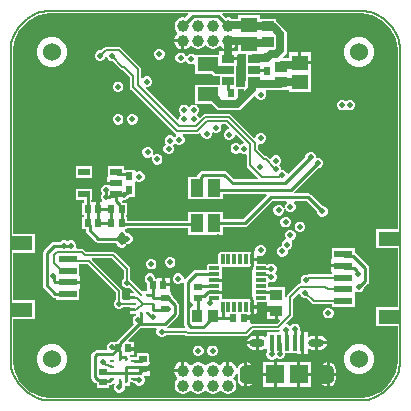
<source format=gtl>
G04*
G04 #@! TF.GenerationSoftware,Altium Limited,Altium Designer,22.10.1 (41)*
G04*
G04 Layer_Physical_Order=1*
G04 Layer_Color=255*
%FSLAX25Y25*%
%MOIN*%
G70*
G04*
G04 #@! TF.SameCoordinates,8BF85E7B-6BD0-4BB0-81CB-12CC6FA11C7D*
G04*
G04*
G04 #@! TF.FilePolarity,Positive*
G04*
G01*
G75*
%ADD17C,0.00500*%
%ADD20R,0.04331X0.05906*%
%ADD45R,0.06102X0.02362*%
%ADD46R,0.07087X0.04724*%
%ADD47R,0.01575X0.05315*%
%ADD48R,0.05906X0.06102*%
%ADD49R,0.02362X0.02520*%
%ADD50R,0.02362X0.02953*%
%ADD51R,0.03937X0.02165*%
%ADD52R,0.05512X0.05118*%
%ADD53R,0.00984X0.01772*%
%ADD54R,0.01772X0.00984*%
%ADD55R,0.02520X0.02362*%
%ADD56R,0.03937X0.02756*%
%ADD57R,0.06890X0.04724*%
%ADD58R,0.03937X0.03543*%
G04:AMPARAMS|DCode=59|XSize=31.5mil|YSize=13.78mil|CornerRadius=1.72mil|HoleSize=0mil|Usage=FLASHONLY|Rotation=270.000|XOffset=0mil|YOffset=0mil|HoleType=Round|Shape=RoundedRectangle|*
%AMROUNDEDRECTD59*
21,1,0.03150,0.01034,0,0,270.0*
21,1,0.02805,0.01378,0,0,270.0*
1,1,0.00345,-0.00517,-0.01403*
1,1,0.00345,-0.00517,0.01403*
1,1,0.00345,0.00517,0.01403*
1,1,0.00345,0.00517,-0.01403*
%
%ADD59ROUNDEDRECTD59*%
%ADD60R,0.10236X0.10630*%
G04:AMPARAMS|DCode=61|XSize=33.47mil|YSize=13.78mil|CornerRadius=1.72mil|HoleSize=0mil|Usage=FLASHONLY|Rotation=0.000|XOffset=0mil|YOffset=0mil|HoleType=Round|Shape=RoundedRectangle|*
%AMROUNDEDRECTD61*
21,1,0.03347,0.01034,0,0,0.0*
21,1,0.03002,0.01378,0,0,0.0*
1,1,0.00345,0.01501,-0.00517*
1,1,0.00345,-0.01501,-0.00517*
1,1,0.00345,-0.01501,0.00517*
1,1,0.00345,0.01501,0.00517*
%
%ADD61ROUNDEDRECTD61*%
%ADD62R,0.03543X0.03937*%
%ADD63R,0.00984X0.01083*%
%ADD64R,0.01083X0.00984*%
%ADD65C,0.01000*%
%ADD66C,0.02803*%
%ADD67O,0.05118X0.02559*%
%ADD68O,0.03051X0.06102*%
%ADD69C,0.03937*%
%ADD70C,0.06000*%
%ADD71C,0.01968*%
G36*
X-5832Y64158D02*
X-5641Y63696D01*
X-6714Y62623D01*
X-7137Y62736D01*
X-7863D01*
X-8564Y62548D01*
X-9192Y62186D01*
X-9705Y61673D01*
X-10068Y61044D01*
X-10256Y60343D01*
Y59618D01*
X-10068Y58917D01*
X-9705Y58288D01*
X-9340Y57923D01*
X-9325Y57432D01*
X-9375Y57303D01*
X-9875Y56803D01*
X-10266Y56126D01*
X-10439Y55480D01*
X-7500D01*
Y54980D01*
X-7000D01*
Y52041D01*
X-6354Y52214D01*
X-5677Y52605D01*
X-5177Y53105D01*
X-5048Y53155D01*
X-4557Y53140D01*
X-4192Y52775D01*
X-3564Y52412D01*
X-2863Y52224D01*
X-2137D01*
X-1436Y52412D01*
X-808Y52775D01*
X-295Y53288D01*
X-250Y53366D01*
X250D01*
X295Y53288D01*
X808Y52775D01*
X1436Y52412D01*
X2137Y52224D01*
X2863D01*
X3564Y52412D01*
X4192Y52775D01*
X4557Y53140D01*
X5048Y53155D01*
X5177Y53105D01*
X5677Y52605D01*
X6354Y52214D01*
X7000Y52041D01*
Y54980D01*
X8000D01*
Y52041D01*
X8646Y52214D01*
X9323Y52605D01*
X9875Y53158D01*
X10266Y53834D01*
X10311Y54002D01*
X10811Y53936D01*
Y51726D01*
X10449Y51394D01*
X7980D01*
Y49516D01*
X10449D01*
Y50045D01*
X10811Y50378D01*
X13386D01*
Y46850D01*
Y41727D01*
X13343Y41512D01*
X13343Y41512D01*
Y39860D01*
X12932Y39449D01*
X10236D01*
Y43110D01*
Y46638D01*
X10449D01*
Y48516D01*
X7480D01*
Y49016D01*
X6980D01*
Y51394D01*
X4512D01*
Y50295D01*
X-3445D01*
X-3445Y50295D01*
X-3903Y50396D01*
X-4372Y50591D01*
X-5077D01*
X-5728Y50321D01*
X-6110Y49939D01*
X-6561Y49966D01*
X-6684Y50018D01*
X-6766Y50216D01*
X-7264Y50714D01*
X-7915Y50984D01*
X-8620D01*
X-9271Y50714D01*
X-9770Y50216D01*
X-10039Y49565D01*
Y48860D01*
X-9770Y48209D01*
X-9271Y47711D01*
X-8620Y47441D01*
X-7915D01*
X-7264Y47711D01*
X-6882Y48092D01*
X-6431Y48066D01*
X-6308Y48013D01*
X-6226Y47815D01*
X-5728Y47317D01*
X-5077Y47047D01*
X-4372D01*
X-3945Y47224D01*
X-3445Y46940D01*
Y43996D01*
X1863D01*
X2138Y43721D01*
X2862Y43237D01*
X3717Y43067D01*
X3717Y43067D01*
X4724D01*
Y40256D01*
X-3445D01*
Y34562D01*
X-3453Y34097D01*
X-3453Y34097D01*
X-3453Y34097D01*
X-3453D01*
X-3511Y33905D01*
X-3823Y33661D01*
X-4289D01*
X-4941Y33392D01*
X-5185Y33147D01*
X-5512Y32940D01*
X-5838Y33147D01*
X-6083Y33392D01*
X-6734Y33661D01*
X-7439D01*
X-8090Y33392D01*
X-8589Y32893D01*
X-8858Y32242D01*
Y31537D01*
X-8589Y30886D01*
X-8344Y30642D01*
X-8136Y30315D01*
X-8344Y29988D01*
X-8589Y29744D01*
X-8858Y29093D01*
Y28778D01*
X-9358Y28571D01*
X-19864Y39077D01*
X-19647Y39567D01*
X-19136D01*
X-18485Y39837D01*
X-17986Y40335D01*
X-17717Y40986D01*
Y41691D01*
X-17986Y42342D01*
X-18485Y42840D01*
X-19136Y43110D01*
X-19841D01*
X-20492Y42840D01*
X-20883Y42449D01*
X-21377Y42598D01*
X-21383Y42602D01*
Y45543D01*
X-21464Y45948D01*
X-21693Y46291D01*
X-27975Y52573D01*
X-28318Y52802D01*
X-28723Y52882D01*
X-33215D01*
X-33619Y52802D01*
X-33963Y52573D01*
X-34764Y51772D01*
X-35392D01*
X-36043Y51502D01*
X-36541Y51004D01*
X-36811Y50352D01*
Y49648D01*
X-36541Y48996D01*
X-36043Y48498D01*
X-35392Y48228D01*
X-34687D01*
X-34036Y48498D01*
X-33537Y48996D01*
X-33362Y49421D01*
X-33125Y49435D01*
X-32841Y49371D01*
X-32604Y48800D01*
X-32106Y48301D01*
X-31455Y48031D01*
X-30827D01*
X-28399Y45604D01*
X-28056Y45374D01*
X-27651Y45294D01*
X-27624D01*
X-25074Y42743D01*
Y39370D01*
X-24993Y38965D01*
X-24764Y38622D01*
X-10197Y24055D01*
X-9854Y23826D01*
X-9815Y23736D01*
X-9756Y23297D01*
X-10163Y22889D01*
X-10657Y23005D01*
X-10808Y23155D01*
X-11459Y23425D01*
X-12163D01*
X-12815Y23155D01*
X-13313Y22657D01*
X-13583Y22006D01*
Y21301D01*
X-13313Y20650D01*
X-13184Y20521D01*
X-13208Y20400D01*
X-13707Y19901D01*
X-13976Y19250D01*
Y18545D01*
X-13707Y17894D01*
X-13208Y17396D01*
X-12557Y17126D01*
X-11852D01*
X-11201Y17396D01*
X-10703Y17894D01*
X-10433Y18545D01*
Y19250D01*
X-10703Y19901D01*
X-10832Y20030D01*
X-10808Y20152D01*
X-10309Y20650D01*
X-9816Y20534D01*
X-9665Y20383D01*
X-9014Y20114D01*
X-8309D01*
X-7658Y20383D01*
X-7159Y20882D01*
X-6890Y21533D01*
Y22238D01*
X-7159Y22889D01*
X-7516Y23245D01*
X-7315Y23745D01*
X-2756D01*
X-2351Y23826D01*
X-2008Y24055D01*
X-1878Y24185D01*
X-1378Y23978D01*
Y23663D01*
X-1108Y23012D01*
X-610Y22514D01*
X41Y22244D01*
X746D01*
X1397Y22514D01*
X1896Y23012D01*
X2165Y23663D01*
Y24096D01*
X2291Y24208D01*
X2661Y24379D01*
X3191Y24160D01*
X3896D01*
X4547Y24429D01*
X5045Y24927D01*
X5315Y25579D01*
Y26283D01*
X5150Y26682D01*
X5451Y27182D01*
X6719D01*
X8008Y25894D01*
X7800Y25394D01*
X7575D01*
X6924Y25124D01*
X6425Y24626D01*
X6155Y23974D01*
Y23270D01*
X6425Y22618D01*
X6924Y22120D01*
X7575Y21850D01*
X8280D01*
X8931Y22120D01*
X9429Y22618D01*
X9699Y23270D01*
Y23495D01*
X10199Y23702D01*
X12718Y21183D01*
X12506Y20688D01*
X11935Y20451D01*
X11633Y20149D01*
X11190Y20591D01*
X10539Y20861D01*
X9834D01*
X9183Y20591D01*
X8685Y20093D01*
X8415Y19442D01*
Y18737D01*
X8685Y18086D01*
X9183Y17587D01*
X9834Y17318D01*
X10539D01*
X11190Y17587D01*
X11493Y17890D01*
X11935Y17447D01*
X12587Y17177D01*
X13291D01*
X13487Y17259D01*
X13903Y16981D01*
Y13422D01*
X13983Y13017D01*
X14213Y12674D01*
X17632Y9255D01*
X17440Y8793D01*
X9599D01*
X7227Y11164D01*
X6802Y11449D01*
X6299Y11549D01*
X-872D01*
X-1375Y11449D01*
X-1801Y11164D01*
X-2386Y10579D01*
X-2671Y10153D01*
X-2771Y9650D01*
Y9646D01*
X-5906D01*
Y2165D01*
X-500D01*
X-0Y2165D01*
Y2165D01*
X0D01*
Y2165D01*
X5906D01*
Y3896D01*
X20328D01*
X20535Y3396D01*
X12546Y-4593D01*
X5906D01*
Y-2165D01*
X500D01*
X0Y-2165D01*
X-500Y-2165D01*
X-5906D01*
Y-4987D01*
X-25984D01*
Y-3858D01*
X-26640D01*
Y-3228D01*
X-25984D01*
Y866D01*
X-27466D01*
X-27706Y1225D01*
X-27848Y1367D01*
X-27564Y1791D01*
X-27518Y1772D01*
X-26813D01*
X-26162Y2041D01*
X-25663Y2540D01*
X-25492Y2953D01*
X-23386D01*
Y7786D01*
X-22886Y8039D01*
X-22404Y7840D01*
X-21700D01*
X-21048Y8109D01*
X-20550Y8608D01*
X-20280Y9259D01*
Y9963D01*
X-20550Y10615D01*
X-21048Y11113D01*
X-21700Y11383D01*
X-22404D01*
X-22886Y11183D01*
X-23386Y11436D01*
Y12008D01*
X-27126D01*
Y13091D01*
X-32638D01*
Y9563D01*
X-32850D01*
Y7980D01*
X-29882D01*
Y6980D01*
X-32850D01*
Y6885D01*
X-33423D01*
X-34074Y6615D01*
X-34573Y6117D01*
X-34843Y5466D01*
Y4761D01*
X-34573Y4110D01*
X-34398Y3935D01*
X-34573Y3760D01*
X-34843Y3108D01*
Y2403D01*
X-34573Y1752D01*
X-34399Y1579D01*
X-34606Y1079D01*
X-35327D01*
Y-1181D01*
X-36327D01*
Y1079D01*
X-37979D01*
Y1870D01*
X-37756D01*
Y5610D01*
X-43268D01*
Y1870D01*
X-40604D01*
Y866D01*
X-41260D01*
Y-3228D01*
X-40604D01*
Y-3858D01*
X-41260D01*
Y-7953D01*
X-39923D01*
Y-8240D01*
X-39823Y-8743D01*
X-39538Y-9168D01*
X-36755Y-11952D01*
X-36329Y-12236D01*
X-35827Y-12336D01*
X-29886D01*
X-29724Y-12498D01*
Y-12557D01*
X-29455Y-13208D01*
X-28956Y-13707D01*
X-28305Y-13976D01*
X-27600D01*
X-26949Y-13707D01*
X-26451Y-13208D01*
X-26354Y-12974D01*
X-26314Y-12948D01*
X-26162Y-12795D01*
X-25632D01*
X-24981Y-12526D01*
X-24482Y-12027D01*
X-24213Y-11376D01*
Y-10671D01*
X-24482Y-10020D01*
X-24981Y-9522D01*
X-25632Y-9252D01*
X-26280D01*
X-26451Y-8839D01*
X-26837Y-8453D01*
X-26678Y-7953D01*
X-25984D01*
Y-7612D01*
X-5906D01*
Y-9646D01*
X-500D01*
X-0Y-9646D01*
X500Y-9646D01*
X5906D01*
Y-7218D01*
X13090D01*
X13592Y-7118D01*
X14018Y-6834D01*
X22295Y1443D01*
X26971D01*
X27178Y943D01*
X26844Y610D01*
X26575Y-41D01*
Y-575D01*
X26575Y-746D01*
X26113Y-929D01*
X25964Y-571D01*
X25466Y-73D01*
X24815Y197D01*
X24110D01*
X23459Y-73D01*
X22961Y-571D01*
X22691Y-1222D01*
Y-1927D01*
X22961Y-2578D01*
X23459Y-3077D01*
X24110Y-3347D01*
X24815D01*
X25466Y-3077D01*
X25964Y-2578D01*
X26234Y-1927D01*
Y-1393D01*
X26234Y-1222D01*
X26696Y-1039D01*
X26844Y-1397D01*
X27343Y-1896D01*
X27994Y-2165D01*
X28699D01*
X29350Y-1896D01*
X29848Y-1397D01*
X30118Y-746D01*
Y-41D01*
X29848Y610D01*
X29515Y943D01*
X29722Y1443D01*
X33708D01*
X37205Y-2053D01*
Y-2321D01*
X37475Y-2972D01*
X37973Y-3470D01*
X38624Y-3740D01*
X39329D01*
X39980Y-3470D01*
X40478Y-2972D01*
X40748Y-2321D01*
Y-1616D01*
X40478Y-965D01*
X39980Y-467D01*
X39329Y-197D01*
X39061D01*
X35180Y3684D01*
X34754Y3969D01*
X34252Y4069D01*
X29860D01*
X29653Y4569D01*
X37486Y12402D01*
X37754D01*
X38405Y12671D01*
X38903Y13170D01*
X39173Y13821D01*
Y14526D01*
X38903Y15177D01*
X38405Y15675D01*
X37754Y15945D01*
X37049D01*
X36811Y16104D01*
Y16494D01*
X36541Y17145D01*
X36043Y17644D01*
X35392Y17913D01*
X34687D01*
X34036Y17644D01*
X33537Y17145D01*
X33268Y16494D01*
Y16226D01*
X27711Y10669D01*
X27139Y10804D01*
X26979Y11189D01*
X26481Y11688D01*
X25830Y11957D01*
X25211D01*
Y12564D01*
X24941Y13215D01*
X24567Y13590D01*
X24941Y13964D01*
X25211Y14615D01*
Y15320D01*
X24941Y15971D01*
X24443Y16469D01*
X23791Y16739D01*
X23087D01*
X22435Y16469D01*
X21937Y15971D01*
X21856Y15775D01*
X21366Y15678D01*
X20850Y16194D01*
X20506Y16423D01*
X20102Y16504D01*
X19927D01*
X17593Y18837D01*
Y20359D01*
X18093Y20694D01*
X18151Y20669D01*
X18856D01*
X19508Y20939D01*
X20006Y21437D01*
X20276Y22088D01*
Y22793D01*
X20006Y23445D01*
X19508Y23943D01*
X18856Y24213D01*
X18151D01*
X17500Y23943D01*
X17002Y23445D01*
X16755Y22849D01*
X16270Y22627D01*
X8622Y30275D01*
X8279Y30505D01*
X7874Y30585D01*
X0D01*
X-405Y30505D01*
X-748Y30275D01*
X-1714Y29309D01*
X-2304Y29427D01*
X-2435Y29744D01*
X-2680Y29988D01*
X-2887Y30315D01*
X-2680Y30642D01*
X-2435Y30886D01*
X-2165Y31537D01*
Y32242D01*
X-2435Y32893D01*
X-2879Y33338D01*
X-3025Y33783D01*
X-3025D01*
X-3025Y33783D01*
X-3025D01*
X-2991Y33957D01*
X1863D01*
X3445Y32375D01*
X3446Y32375D01*
X4169Y31891D01*
X5024Y31721D01*
X10592D01*
X10592Y31721D01*
X11446Y31891D01*
X12170Y32375D01*
X16270Y36475D01*
X16857Y36355D01*
X17002Y36004D01*
X17500Y35506D01*
X18151Y35236D01*
X18856D01*
X19508Y35506D01*
X20006Y36004D01*
X20276Y36656D01*
Y37360D01*
X20035Y37941D01*
X20229Y38441D01*
X24827D01*
X24827Y38441D01*
X25042Y38484D01*
X27953D01*
X27953Y37992D01*
X35039D01*
Y44079D01*
X35252D01*
Y47138D01*
X31496D01*
Y47638D01*
X30996D01*
Y51197D01*
X27740D01*
Y49130D01*
X26212D01*
X26021Y49592D01*
X26602Y50173D01*
X26602Y50173D01*
X27086Y50897D01*
X27255Y51751D01*
X27255Y51751D01*
Y57108D01*
X27086Y57962D01*
X26602Y58686D01*
X26602Y58686D01*
X24335Y60952D01*
X23622Y61429D01*
Y62303D01*
X18110D01*
X18110Y62803D01*
Y63583D01*
X11024D01*
Y62340D01*
X8924D01*
X8564Y62548D01*
X7863Y62736D01*
X7137D01*
X6714Y62623D01*
X5641Y63696D01*
X5832Y64158D01*
X51181D01*
X52032D01*
X53718Y63936D01*
X55361Y63496D01*
X56933Y62845D01*
X58406Y61994D01*
X59756Y60958D01*
X60958Y59756D01*
X61994Y58406D01*
X62845Y56933D01*
X63495Y55361D01*
X63936Y53718D01*
X64158Y52032D01*
X64158Y51181D01*
X64158Y-7874D01*
X56862D01*
Y-14173D01*
X64158D01*
Y-33858D01*
X56862D01*
Y-40157D01*
X64158D01*
Y-51181D01*
X64158Y-52032D01*
X63936Y-53718D01*
X63495Y-55361D01*
X62845Y-56933D01*
X61994Y-58406D01*
X60958Y-59756D01*
X59756Y-60958D01*
X58406Y-61994D01*
X56933Y-62845D01*
X55361Y-63496D01*
X53718Y-63936D01*
X52032Y-64158D01*
X51181D01*
X-51181Y-64158D01*
X-52032D01*
X-53718Y-63936D01*
X-55361Y-63496D01*
X-56933Y-62845D01*
X-58406Y-61994D01*
X-59756Y-60958D01*
X-60958Y-59756D01*
X-61994Y-58406D01*
X-62845Y-56933D01*
X-63496Y-55361D01*
X-63936Y-53718D01*
X-64158Y-52032D01*
X-64158Y-51181D01*
Y-37795D01*
X-56862D01*
Y-31496D01*
X-64158D01*
Y-15748D01*
X-56862D01*
Y-9449D01*
X-64158D01*
X-64158Y51181D01*
Y52032D01*
X-63936Y53718D01*
X-63496Y55361D01*
X-62845Y56933D01*
X-61994Y58406D01*
X-60958Y59756D01*
X-59756Y60958D01*
X-58406Y61994D01*
X-56933Y62845D01*
X-55361Y63495D01*
X-53718Y63936D01*
X-52032Y64158D01*
X-51181Y64158D01*
X-5832D01*
D02*
G37*
%LPC*%
G36*
X-8000Y54480D02*
X-10439D01*
X-10266Y53834D01*
X-9875Y53158D01*
X-9323Y52605D01*
X-8646Y52214D01*
X-8000Y52041D01*
Y54480D01*
D02*
G37*
G36*
X-15002Y52165D02*
X-15707D01*
X-16358Y51896D01*
X-16856Y51397D01*
X-17126Y50746D01*
Y50041D01*
X-16856Y49390D01*
X-16358Y48892D01*
X-15707Y48622D01*
X-15002D01*
X-14351Y48892D01*
X-13852Y49390D01*
X-13583Y50041D01*
Y50746D01*
X-13852Y51397D01*
X-14351Y51896D01*
X-15002Y52165D01*
D02*
G37*
G36*
X35252Y51197D02*
X31996D01*
Y48138D01*
X35252D01*
Y51197D01*
D02*
G37*
G36*
X51855Y56299D02*
X50507D01*
X49206Y55950D01*
X48039Y55277D01*
X47086Y54324D01*
X46412Y53157D01*
X46063Y51855D01*
Y50507D01*
X46412Y49206D01*
X47086Y48039D01*
X48039Y47086D01*
X49206Y46412D01*
X50507Y46063D01*
X51855D01*
X53157Y46412D01*
X54324Y47086D01*
X55277Y48039D01*
X55950Y49206D01*
X56299Y50507D01*
Y51855D01*
X55950Y53157D01*
X55277Y54324D01*
X54324Y55277D01*
X53157Y55950D01*
X51855Y56299D01*
D02*
G37*
G36*
X-50507D02*
X-51855D01*
X-53157Y55950D01*
X-54324Y55277D01*
X-55277Y54324D01*
X-55950Y53157D01*
X-56299Y51855D01*
Y50507D01*
X-55950Y49206D01*
X-55277Y48039D01*
X-54324Y47086D01*
X-53157Y46412D01*
X-51855Y46063D01*
X-50507D01*
X-49206Y46412D01*
X-48039Y47086D01*
X-47086Y48039D01*
X-46412Y49206D01*
X-46063Y50507D01*
Y51855D01*
X-46412Y53157D01*
X-47086Y54324D01*
X-48039Y55277D01*
X-49206Y55950D01*
X-50507Y56299D01*
D02*
G37*
G36*
X-28782Y41299D02*
X-29486D01*
X-30137Y41030D01*
X-30636Y40531D01*
X-30906Y39880D01*
Y39175D01*
X-30636Y38524D01*
X-30137Y38026D01*
X-29486Y37756D01*
X-28782D01*
X-28130Y38026D01*
X-27632Y38524D01*
X-27362Y39175D01*
Y39880D01*
X-27632Y40531D01*
X-28130Y41030D01*
X-28782Y41299D01*
D02*
G37*
G36*
X48384Y35236D02*
X47679D01*
X47028Y34966D01*
X46850Y34789D01*
X46673Y34966D01*
X46022Y35236D01*
X45317D01*
X44666Y34966D01*
X44167Y34468D01*
X43898Y33817D01*
Y33112D01*
X44167Y32461D01*
X44666Y31963D01*
X45317Y31693D01*
X46022D01*
X46673Y31963D01*
X46850Y32140D01*
X47028Y31963D01*
X47679Y31693D01*
X48384D01*
X49035Y31963D01*
X49533Y32461D01*
X49803Y33112D01*
Y33817D01*
X49533Y34468D01*
X49035Y34966D01*
X48384Y35236D01*
D02*
G37*
G36*
X-24057Y30512D02*
X-24762D01*
X-25413Y30242D01*
X-25911Y29744D01*
X-26181Y29093D01*
Y28388D01*
X-25911Y27737D01*
X-25413Y27238D01*
X-24762Y26969D01*
X-24057D01*
X-23406Y27238D01*
X-22907Y27737D01*
X-22638Y28388D01*
Y29093D01*
X-22907Y29744D01*
X-23406Y30242D01*
X-24057Y30512D01*
D02*
G37*
G36*
X-28782D02*
X-29486D01*
X-30137Y30242D01*
X-30636Y29744D01*
X-30906Y29093D01*
Y28388D01*
X-30636Y27737D01*
X-30137Y27238D01*
X-29486Y26969D01*
X-28782D01*
X-28130Y27238D01*
X-27632Y27737D01*
X-27362Y28388D01*
Y29093D01*
X-27632Y29744D01*
X-28130Y30242D01*
X-28782Y30512D01*
D02*
G37*
G36*
X-18939Y19488D02*
X-19644D01*
X-20295Y19218D01*
X-20793Y18720D01*
X-21063Y18069D01*
Y17364D01*
X-20793Y16713D01*
X-20295Y16215D01*
X-19644Y15945D01*
X-18939D01*
X-18288Y16215D01*
X-18170Y16333D01*
X-17746Y16050D01*
X-17870Y15751D01*
Y15046D01*
X-17600Y14395D01*
X-17101Y13896D01*
X-16450Y13626D01*
X-15745D01*
X-15094Y13896D01*
X-14596Y14395D01*
X-14326Y15046D01*
Y15751D01*
X-14596Y16402D01*
X-15094Y16900D01*
X-15745Y17170D01*
X-16450D01*
X-17101Y16900D01*
X-17220Y16782D01*
X-17643Y17065D01*
X-17520Y17364D01*
Y18069D01*
X-17789Y18720D01*
X-18288Y19218D01*
X-18939Y19488D01*
D02*
G37*
G36*
X-37756Y13091D02*
X-43268D01*
Y9350D01*
X-37756D01*
Y13091D01*
D02*
G37*
G36*
X27124Y-3740D02*
X26419D01*
X25768Y-4010D01*
X25270Y-4508D01*
X25000Y-5159D01*
Y-5864D01*
X25270Y-6515D01*
X25768Y-7014D01*
X26419Y-7283D01*
X27124D01*
X27775Y-7014D01*
X28274Y-6515D01*
X28543Y-5864D01*
Y-5159D01*
X28274Y-4508D01*
X27775Y-4010D01*
X27124Y-3740D01*
D02*
G37*
G36*
X31848Y-5315D02*
X31144D01*
X30492Y-5585D01*
X29994Y-6083D01*
X29724Y-6734D01*
Y-7439D01*
X29994Y-8090D01*
X30492Y-8589D01*
X31144Y-8858D01*
X31848D01*
X32500Y-8589D01*
X32998Y-8090D01*
X33268Y-7439D01*
Y-6734D01*
X32998Y-6083D01*
X32500Y-5585D01*
X31848Y-5315D01*
D02*
G37*
G36*
X-44530Y-11614D02*
X-45234D01*
X-45885Y-11884D01*
X-46063Y-12061D01*
X-46240Y-11884D01*
X-46892Y-11614D01*
X-47596D01*
X-48248Y-11884D01*
X-48437Y-12073D01*
X-50394D01*
X-50896Y-12173D01*
X-51322Y-12458D01*
X-53889Y-15024D01*
X-54173Y-15450D01*
X-54273Y-15953D01*
Y-26567D01*
X-54173Y-27069D01*
X-53889Y-27495D01*
X-50928Y-30456D01*
X-50502Y-30740D01*
X-50000Y-30840D01*
X-49776D01*
Y-31496D01*
X-42098D01*
Y-27772D01*
X-41886D01*
Y-26091D01*
X-45937D01*
Y-25091D01*
X-41886D01*
Y-23410D01*
X-42098D01*
Y-19562D01*
X-39274D01*
X-29798Y-29038D01*
Y-31229D01*
X-30242Y-31674D01*
X-30512Y-32325D01*
Y-33030D01*
X-30242Y-33681D01*
X-29744Y-34179D01*
X-29093Y-34449D01*
X-28388D01*
X-27737Y-34179D01*
X-27292Y-33735D01*
X-25016D01*
Y-34146D01*
X-23474D01*
Y-35146D01*
X-25016D01*
Y-36138D01*
X-23299D01*
X-23200Y-36638D01*
X-23534Y-36776D01*
X-24032Y-37275D01*
X-24302Y-37926D01*
Y-38631D01*
X-24032Y-39282D01*
X-23924Y-39390D01*
X-29538Y-45005D01*
X-29823Y-45431D01*
X-29855Y-45591D01*
X-30465D01*
X-30750Y-45472D01*
X-31455D01*
X-32106Y-45742D01*
X-32604Y-46240D01*
X-32874Y-46892D01*
Y-47596D01*
X-32792Y-47794D01*
X-33126Y-48294D01*
X-36213D01*
X-36716Y-48394D01*
X-37142Y-48678D01*
X-37727Y-49264D01*
X-38012Y-49690D01*
X-38112Y-50192D01*
Y-57069D01*
X-38012Y-57571D01*
X-37727Y-57997D01*
X-36658Y-59066D01*
X-36299Y-59306D01*
Y-60787D01*
X-32205D01*
Y-59765D01*
X-32013D01*
X-31511Y-59665D01*
X-31085Y-59381D01*
X-30742Y-59037D01*
X-30374Y-59082D01*
X-30186Y-59570D01*
X-30242Y-59626D01*
X-30512Y-60277D01*
Y-60982D01*
X-30242Y-61633D01*
X-29744Y-62132D01*
X-29093Y-62402D01*
X-28388D01*
X-27737Y-62132D01*
X-27238Y-61633D01*
X-26969Y-60982D01*
Y-60277D01*
X-26951Y-60252D01*
X-25083D01*
Y-58957D01*
X-24214D01*
X-24008Y-58998D01*
X-23663D01*
X-23549Y-59271D01*
X-23051Y-59770D01*
X-22400Y-60039D01*
X-21695D01*
X-21044Y-59770D01*
X-20545Y-59271D01*
X-20276Y-58620D01*
Y-57915D01*
X-20545Y-57264D01*
X-20640Y-57169D01*
X-20433Y-56669D01*
X-18606D01*
Y-54988D01*
X-20866D01*
Y-53988D01*
X-18606D01*
Y-52307D01*
X-18819D01*
Y-49055D01*
X-22913D01*
Y-50479D01*
X-23947D01*
X-24014Y-50492D01*
X-25295D01*
Y-49898D01*
X-23646D01*
Y-48138D01*
X-25827D01*
Y-47138D01*
X-23646D01*
Y-45378D01*
X-25545D01*
X-25737Y-44916D01*
X-21504Y-40683D01*
X-16426D01*
X-16153Y-41183D01*
X-16339Y-41630D01*
Y-42335D01*
X-16069Y-42986D01*
X-15571Y-43484D01*
X-14919Y-43754D01*
X-14214D01*
X-13563Y-43484D01*
X-13119Y-43040D01*
X-6881D01*
X-6653Y-43268D01*
X-6310Y-43497D01*
X-5906Y-43577D01*
X13386D01*
X13791Y-43497D01*
X14134Y-43268D01*
X15926Y-41475D01*
X24150D01*
X24500Y-41405D01*
X24610Y-41431D01*
X24696Y-41489D01*
X24747Y-41724D01*
X24344Y-42224D01*
X20472D01*
Y-43576D01*
X19973Y-43843D01*
X19492Y-43522D01*
X18602Y-43345D01*
X17823D01*
Y-45669D01*
Y-47993D01*
X18602D01*
X19492Y-47817D01*
X19973Y-47495D01*
X20472Y-47763D01*
Y-48779D01*
X20276Y-49254D01*
Y-49959D01*
X20545Y-50610D01*
X21044Y-51108D01*
X21695Y-51378D01*
X22400D01*
X23051Y-51108D01*
X23516Y-50643D01*
X23800Y-50927D01*
X24451Y-51197D01*
X25155D01*
X25807Y-50927D01*
X26305Y-50429D01*
X26575Y-49777D01*
Y-49114D01*
X30496D01*
Y-49327D01*
X31784D01*
Y-45669D01*
Y-42012D01*
X31720D01*
X31442Y-41596D01*
X31488Y-41486D01*
Y-40781D01*
X31218Y-40130D01*
X30720Y-39632D01*
X30069Y-39362D01*
X29364D01*
X28713Y-39632D01*
X28214Y-40130D01*
X28093Y-40154D01*
X27775Y-39837D01*
X27180Y-39590D01*
X26958Y-39105D01*
X28823Y-37240D01*
X29052Y-36897D01*
X29133Y-36492D01*
Y-31025D01*
X31084Y-29074D01*
X31584Y-29281D01*
Y-29377D01*
X31853Y-30028D01*
X32352Y-30527D01*
X33003Y-30796D01*
X33631D01*
X35473Y-32638D01*
X35816Y-32867D01*
X36220Y-32947D01*
X42098D01*
Y-33858D01*
X49776D01*
Y-28919D01*
X50276Y-28708D01*
X50829Y-28937D01*
X51534D01*
X52185Y-28667D01*
X52683Y-28169D01*
X52953Y-27518D01*
Y-27250D01*
X54078Y-26125D01*
X54362Y-25699D01*
X54462Y-25197D01*
Y-20866D01*
X54362Y-20364D01*
X54078Y-19938D01*
X50034Y-15895D01*
X49776Y-15722D01*
Y-14173D01*
X42098D01*
Y-17898D01*
X41886D01*
Y-19579D01*
X45937D01*
Y-20579D01*
X41886D01*
Y-22260D01*
X42098D01*
Y-22939D01*
X34271D01*
X33866Y-23019D01*
X33836Y-23040D01*
X33817Y-23031D01*
X33112D01*
X32461Y-23301D01*
X31963Y-23800D01*
X31693Y-24451D01*
Y-25155D01*
X31813Y-25445D01*
X31759Y-25619D01*
X31492Y-25978D01*
X31254Y-26026D01*
X30911Y-26255D01*
X27327Y-29839D01*
X27097Y-30182D01*
X27017Y-30587D01*
Y-31741D01*
X26517Y-32014D01*
X26378Y-31925D01*
Y-27264D01*
X20885D01*
Y-26255D01*
X20810Y-25881D01*
X21200Y-25563D01*
X21357Y-25510D01*
X21642Y-25628D01*
X22346D01*
X22998Y-25358D01*
X23496Y-24860D01*
X23766Y-24209D01*
Y-23504D01*
X23496Y-22853D01*
X23122Y-22478D01*
X23496Y-22104D01*
X23766Y-21453D01*
Y-20748D01*
X23496Y-20097D01*
X22998Y-19599D01*
X22346Y-19329D01*
X21642D01*
X20990Y-19599D01*
X20902Y-19687D01*
X20598Y-19658D01*
X20281Y-19445D01*
X19906Y-19371D01*
X17308D01*
X17263Y-19316D01*
Y-18413D01*
X15551D01*
Y-17913D01*
X15078D01*
Y-16511D01*
X15051Y-16376D01*
Y-15316D01*
X15034D01*
X14577Y-15407D01*
X14322Y-15577D01*
X14099Y-15532D01*
X13066D01*
X12691Y-15607D01*
X12598Y-15669D01*
X12505Y-15607D01*
X12131Y-15532D01*
X11097D01*
X10723Y-15607D01*
X10630Y-15669D01*
X10537Y-15607D01*
X10162Y-15532D01*
X9129D01*
X8755Y-15607D01*
X8661Y-15669D01*
X8568Y-15607D01*
X8194Y-15532D01*
X7160D01*
X6786Y-15607D01*
X6693Y-15669D01*
X6600Y-15607D01*
X6225Y-15532D01*
X5192D01*
X4817Y-15607D01*
X4500Y-15819D01*
X4288Y-16136D01*
X4214Y-16511D01*
Y-19316D01*
X4168Y-19371D01*
X1353D01*
X979Y-19445D01*
X661Y-19658D01*
X449Y-19975D01*
X375Y-20349D01*
Y-21383D01*
X261Y-21522D01*
X-3150D01*
X-3652Y-21622D01*
X-4078Y-21906D01*
X-6784Y-24612D01*
X-6992Y-24583D01*
X-7283Y-24436D01*
Y-24057D01*
X-7553Y-23406D01*
X-8052Y-22907D01*
X-8703Y-22638D01*
X-9408D01*
X-10059Y-22907D01*
X-10557Y-23406D01*
X-10827Y-24057D01*
Y-24762D01*
X-10557Y-25413D01*
X-10059Y-25911D01*
X-9408Y-26181D01*
X-8703D01*
X-8052Y-25911D01*
X-7709Y-25569D01*
X-7218Y-25785D01*
Y-33071D01*
Y-39370D01*
X-7118Y-39872D01*
X-6834Y-40298D01*
X-6707Y-40425D01*
X-6915Y-40925D01*
X-12495D01*
X-12647Y-40425D01*
X-12458Y-40298D01*
X-9308Y-37149D01*
X-9024Y-36723D01*
X-8924Y-36220D01*
Y-33071D01*
X-9024Y-32568D01*
X-9308Y-32143D01*
X-10827Y-30624D01*
Y-30356D01*
X-11096Y-29705D01*
X-11339Y-29463D01*
Y-28976D01*
X-11475D01*
X-11835Y-28638D01*
Y-26878D01*
X-14016D01*
Y-26378D01*
X-14516D01*
Y-24118D01*
X-16197D01*
Y-24331D01*
X-16732D01*
Y-24057D01*
X-17002Y-23406D01*
X-17500Y-22907D01*
X-18151Y-22638D01*
X-18856D01*
X-19508Y-22907D01*
X-20006Y-23406D01*
X-20276Y-24057D01*
Y-24762D01*
X-20006Y-25413D01*
X-19508Y-25911D01*
X-19449Y-25936D01*
Y-26932D01*
X-19474Y-27059D01*
X-19449Y-27186D01*
Y-28297D01*
X-19488Y-28329D01*
X-19576Y-28346D01*
X-21290D01*
X-24376Y-25260D01*
X-24537Y-25152D01*
X-24697Y-24766D01*
X-25141Y-24322D01*
Y-21009D01*
X-25222Y-20604D01*
X-25451Y-20261D01*
X-30031Y-15681D01*
X-30374Y-15452D01*
X-30779Y-15371D01*
X-39826D01*
X-40447Y-14750D01*
X-40790Y-14521D01*
X-41195Y-14440D01*
X-42860D01*
X-43194Y-13940D01*
X-43110Y-13738D01*
Y-13033D01*
X-43380Y-12382D01*
X-43878Y-11884D01*
X-44530Y-11614D01*
D02*
G37*
G36*
X18812Y-13145D02*
X18108D01*
X17457Y-13415D01*
X16958Y-13913D01*
X16689Y-14564D01*
Y-14960D01*
X16220Y-15346D01*
X16068Y-15316D01*
X16051D01*
Y-17413D01*
X17263D01*
Y-16879D01*
X17763Y-16546D01*
X18108Y-16689D01*
X18812D01*
X19464Y-16419D01*
X19962Y-15920D01*
X20232Y-15269D01*
Y-14564D01*
X19962Y-13913D01*
X19464Y-13415D01*
X18812Y-13145D01*
D02*
G37*
G36*
X28647Y-8122D02*
X27942D01*
X27291Y-8392D01*
X26793Y-8890D01*
X26523Y-9542D01*
Y-10246D01*
X26733Y-10753D01*
X26766Y-10943D01*
X26527Y-11339D01*
X26162Y-11490D01*
X25663Y-11989D01*
X25394Y-12640D01*
Y-13344D01*
X24978Y-13648D01*
X24640Y-13788D01*
X24142Y-14286D01*
X23872Y-14938D01*
Y-15642D01*
X24142Y-16293D01*
X24640Y-16792D01*
X25291Y-17062D01*
X25996D01*
X26647Y-16792D01*
X27146Y-16293D01*
X27415Y-15642D01*
Y-14938D01*
X27831Y-14634D01*
X28169Y-14494D01*
X28667Y-13996D01*
X28937Y-13344D01*
Y-12640D01*
X28727Y-12133D01*
X28695Y-11943D01*
X28933Y-11547D01*
X29298Y-11396D01*
X29797Y-10898D01*
X30066Y-10246D01*
Y-9542D01*
X29797Y-8890D01*
X29298Y-8392D01*
X28647Y-8122D01*
D02*
G37*
G36*
X-11415Y-17170D02*
X-12120D01*
X-12771Y-17439D01*
X-13269Y-17938D01*
X-13539Y-18589D01*
Y-19294D01*
X-13269Y-19945D01*
X-12771Y-20443D01*
X-12120Y-20713D01*
X-11415D01*
X-10764Y-20443D01*
X-10265Y-19945D01*
X-9996Y-19294D01*
Y-18589D01*
X-10265Y-17938D01*
X-10764Y-17439D01*
X-11415Y-17170D01*
D02*
G37*
G36*
X-17758Y-17709D02*
X-18463D01*
X-19114Y-17978D01*
X-19612Y-18477D01*
X-19882Y-19128D01*
Y-19833D01*
X-19612Y-20484D01*
X-19114Y-20982D01*
X-18463Y-21252D01*
X-17758D01*
X-17107Y-20982D01*
X-16608Y-20484D01*
X-16339Y-19833D01*
Y-19128D01*
X-16608Y-18477D01*
X-17107Y-17978D01*
X-17758Y-17709D01*
D02*
G37*
G36*
X-11835Y-24118D02*
X-13516D01*
Y-25878D01*
X-11835D01*
Y-24118D01*
D02*
G37*
G36*
X41297Y-34055D02*
X40593D01*
X39941Y-34325D01*
X39443Y-34823D01*
X39173Y-35474D01*
Y-36179D01*
X39443Y-36830D01*
X39941Y-37329D01*
X40593Y-37598D01*
X41297D01*
X41948Y-37329D01*
X42447Y-36830D01*
X42717Y-36179D01*
Y-35474D01*
X42447Y-34823D01*
X41948Y-34325D01*
X41297Y-34055D01*
D02*
G37*
G36*
X38287Y-43345D02*
X37508D01*
Y-45169D01*
X40512D01*
X40435Y-44780D01*
X39931Y-44026D01*
X39177Y-43522D01*
X38287Y-43345D01*
D02*
G37*
G36*
X16823D02*
X16043D01*
X15154Y-43522D01*
X14400Y-44026D01*
X13896Y-44780D01*
X13819Y-45169D01*
X16823D01*
Y-43345D01*
D02*
G37*
G36*
X40512Y-46169D02*
X37508D01*
Y-47993D01*
X38287D01*
X39177Y-47817D01*
X39931Y-47313D01*
X40435Y-46559D01*
X40512Y-46169D01*
D02*
G37*
G36*
X34071Y-42012D02*
X32783D01*
Y-45669D01*
Y-49327D01*
X34071D01*
Y-47905D01*
X34571Y-47638D01*
X34839Y-47817D01*
X35728Y-47993D01*
X36508D01*
Y-45669D01*
Y-43345D01*
X35728D01*
X34839Y-43522D01*
X34571Y-43701D01*
X34071Y-43434D01*
Y-42012D01*
D02*
G37*
G36*
X16823Y-46169D02*
X13819D01*
X13896Y-46559D01*
X14400Y-47313D01*
X15154Y-47817D01*
X16043Y-47993D01*
X16823D01*
Y-46169D01*
D02*
G37*
G36*
X2715Y-46654D02*
X2010D01*
X1359Y-46923D01*
X860Y-47422D01*
X591Y-48073D01*
Y-48778D01*
X860Y-49429D01*
X1359Y-49927D01*
X2010Y-50197D01*
X2715D01*
X3366Y-49927D01*
X3864Y-49429D01*
X4134Y-48778D01*
Y-48073D01*
X3864Y-47422D01*
X3366Y-46923D01*
X2715Y-46654D01*
D02*
G37*
G36*
X-2010D02*
X-2715D01*
X-3366Y-46923D01*
X-3864Y-47422D01*
X-4134Y-48073D01*
Y-48778D01*
X-3864Y-49429D01*
X-3366Y-49927D01*
X-2715Y-50197D01*
X-2010D01*
X-1359Y-49927D01*
X-860Y-49429D01*
X-591Y-48778D01*
Y-48073D01*
X-860Y-47422D01*
X-1359Y-46923D01*
X-2010Y-46654D01*
D02*
G37*
G36*
X40445Y-52298D02*
X39959Y-52395D01*
X39124Y-52953D01*
X38927Y-53248D01*
X40445D01*
Y-52298D01*
D02*
G37*
G36*
X13886D02*
Y-53248D01*
X15404D01*
X15207Y-52953D01*
X14371Y-52395D01*
X13886Y-52298D01*
D02*
G37*
G36*
X-8000Y-52041D02*
X-8646Y-52214D01*
X-9323Y-52605D01*
X-9875Y-53158D01*
X-10266Y-53834D01*
X-10439Y-54480D01*
X-8000D01*
Y-52041D01*
D02*
G37*
G36*
X8000D02*
Y-54980D01*
X7000D01*
Y-52041D01*
X6354Y-52214D01*
X5677Y-52605D01*
X5177Y-53105D01*
X5048Y-53155D01*
X4557Y-53140D01*
X4192Y-52775D01*
X3564Y-52412D01*
X2863Y-52224D01*
X2137D01*
X1436Y-52412D01*
X808Y-52775D01*
X295Y-53288D01*
X250Y-53366D01*
X-250D01*
X-295Y-53288D01*
X-808Y-52775D01*
X-1436Y-52412D01*
X-2137Y-52224D01*
X-2863D01*
X-3564Y-52412D01*
X-4192Y-52775D01*
X-4557Y-53140D01*
X-5048Y-53155D01*
X-5177Y-53105D01*
X-5677Y-52605D01*
X-6354Y-52214D01*
X-7000Y-52041D01*
Y-54980D01*
X-7500D01*
Y-55480D01*
X-10439D01*
X-10266Y-56126D01*
X-9875Y-56803D01*
X-9375Y-57303D01*
X-9325Y-57432D01*
X-9340Y-57923D01*
X-9705Y-58288D01*
X-10068Y-58917D01*
X-10256Y-59618D01*
Y-60343D01*
X-10068Y-61044D01*
X-9705Y-61673D01*
X-9192Y-62186D01*
X-8564Y-62548D01*
X-7863Y-62736D01*
X-7137D01*
X-6436Y-62548D01*
X-5808Y-62186D01*
X-5295Y-61673D01*
X-5250Y-61595D01*
X-4750D01*
X-4705Y-61673D01*
X-4192Y-62186D01*
X-3564Y-62548D01*
X-2863Y-62736D01*
X-2137D01*
X-1436Y-62548D01*
X-808Y-62186D01*
X-295Y-61673D01*
X-250Y-61595D01*
X250D01*
X295Y-61673D01*
X808Y-62186D01*
X1436Y-62548D01*
X2137Y-62736D01*
X2863D01*
X3564Y-62548D01*
X4192Y-62186D01*
X4705Y-61673D01*
X4750Y-61595D01*
X5250D01*
X5295Y-61673D01*
X5808Y-62186D01*
X6436Y-62548D01*
X7137Y-62736D01*
X7863D01*
X8564Y-62548D01*
X9192Y-62186D01*
X9705Y-61673D01*
X10068Y-61044D01*
X10256Y-60343D01*
Y-59618D01*
X10068Y-58917D01*
X9705Y-58288D01*
X9340Y-57923D01*
X9325Y-57432D01*
X9375Y-57303D01*
X9875Y-56803D01*
X10266Y-56126D01*
X10311Y-55960D01*
X10811Y-56026D01*
Y-57825D01*
X11007Y-58810D01*
X11565Y-59646D01*
X12400Y-60204D01*
X12886Y-60300D01*
Y-59287D01*
X12873Y-59284D01*
X12774Y-59254D01*
X12677Y-59220D01*
X12582Y-59181D01*
X12489Y-59136D01*
X12399Y-59087D01*
X12312Y-59034D01*
X12227Y-58975D01*
X12145Y-58913D01*
X12067Y-58846D01*
X11992Y-58775D01*
X11922Y-58701D01*
X11855Y-58622D01*
X11792Y-58541D01*
X11734Y-58456D01*
X11680Y-58369D01*
X11631Y-58278D01*
X11587Y-58185D01*
X11548Y-58091D01*
X11513Y-57994D01*
X11484Y-57895D01*
X11460Y-57795D01*
X11441Y-57694D01*
X11428Y-57592D01*
X11420Y-57490D01*
X11417Y-57382D01*
Y-55216D01*
X11420Y-55114D01*
X11428Y-55011D01*
X11442Y-54909D01*
X11460Y-54807D01*
X11484Y-54707D01*
X11514Y-54608D01*
X11548Y-54511D01*
X11587Y-54416D01*
X11632Y-54323D01*
X11681Y-54232D01*
X11735Y-54144D01*
X11793Y-54059D01*
X11856Y-53978D01*
X11923Y-53899D01*
X11994Y-53825D01*
X12069Y-53754D01*
X12147Y-53687D01*
X12229Y-53624D01*
X12314Y-53566D01*
X12402Y-53512D01*
X12492Y-53463D01*
X12585Y-53418D01*
X12680Y-53379D01*
X12777Y-53344D01*
X12876Y-53315D01*
X12886Y-53313D01*
Y-52298D01*
X12400Y-52395D01*
X11565Y-52953D01*
X11007Y-53788D01*
X10907Y-54292D01*
X10393Y-54309D01*
X10266Y-53834D01*
X9875Y-53158D01*
X9323Y-52605D01*
X8646Y-52214D01*
X8000Y-52041D01*
D02*
G37*
G36*
X41445Y-52298D02*
Y-53312D01*
X41458Y-53315D01*
X41557Y-53344D01*
X41653Y-53378D01*
X41748Y-53418D01*
X41841Y-53462D01*
X41932Y-53511D01*
X42019Y-53565D01*
X42104Y-53623D01*
X42186Y-53686D01*
X42264Y-53752D01*
X42338Y-53823D01*
X42409Y-53898D01*
X42476Y-53976D01*
X42538Y-54057D01*
X42597Y-54142D01*
X42650Y-54230D01*
X42699Y-54320D01*
X42744Y-54413D01*
X42783Y-54508D01*
X42817Y-54605D01*
X42847Y-54703D01*
X42871Y-54803D01*
X42889Y-54904D01*
X42903Y-55006D01*
X42911Y-55109D01*
X42913Y-55216D01*
Y-55799D01*
X43520D01*
Y-54774D01*
X43324Y-53788D01*
X42766Y-52953D01*
X41930Y-52395D01*
X41445Y-52298D01*
D02*
G37*
G36*
X13886Y-54172D02*
Y-55799D01*
X14370D01*
Y-55059D01*
Y-55020D01*
X14369Y-54968D01*
X14365Y-54917D01*
X14358Y-54866D01*
X14349Y-54815D01*
X14336Y-54765D01*
X14322Y-54716D01*
X14305Y-54667D01*
X14285Y-54619D01*
X14263Y-54573D01*
X14238Y-54528D01*
X14211Y-54484D01*
X14182Y-54441D01*
X14151Y-54400D01*
X14117Y-54361D01*
X14082Y-54324D01*
X14044Y-54288D01*
X14005Y-54255D01*
X13964Y-54223D01*
X13922Y-54194D01*
X13886Y-54172D01*
D02*
G37*
G36*
X41445Y-54170D02*
Y-55799D01*
X41929D01*
Y-55020D01*
X41928Y-54963D01*
X41924Y-54912D01*
X41917Y-54862D01*
X41908Y-54811D01*
X41896Y-54761D01*
X41881Y-54712D01*
X41864Y-54664D01*
X41844Y-54616D01*
X41822Y-54570D01*
X41798Y-54525D01*
X41771Y-54481D01*
X41742Y-54439D01*
X41711Y-54398D01*
X41678Y-54360D01*
X41642Y-54322D01*
X41605Y-54287D01*
X41566Y-54254D01*
X41526Y-54223D01*
X41483Y-54193D01*
X41445Y-54170D01*
D02*
G37*
G36*
X40445Y-54170D02*
X40407Y-54193D01*
X40364Y-54223D01*
X40324Y-54254D01*
X40285Y-54287D01*
X40247Y-54322D01*
X40212Y-54360D01*
X40179Y-54398D01*
X40148Y-54439D01*
X40119Y-54481D01*
X40092Y-54525D01*
X40067Y-54570D01*
X40045Y-54616D01*
X40026Y-54664D01*
X40009Y-54712D01*
X39994Y-54761D01*
X39982Y-54811D01*
X39973Y-54862D01*
X39966Y-54912D01*
X39962Y-54963D01*
X39961Y-55020D01*
Y-55059D01*
Y-55799D01*
X40445D01*
Y-54170D01*
D02*
G37*
G36*
X35055Y-52248D02*
X31602D01*
Y-55799D01*
X35055D01*
Y-52248D01*
D02*
G37*
G36*
X22728D02*
X19276D01*
Y-55799D01*
X22728D01*
Y-52248D01*
D02*
G37*
G36*
X51855Y-46063D02*
X50507D01*
X49206Y-46412D01*
X48039Y-47086D01*
X47086Y-48039D01*
X46412Y-49206D01*
X46063Y-50507D01*
Y-51855D01*
X46412Y-53157D01*
X47086Y-54324D01*
X48039Y-55277D01*
X49206Y-55950D01*
X50507Y-56299D01*
X51855D01*
X53157Y-55950D01*
X54324Y-55277D01*
X55277Y-54324D01*
X55950Y-53157D01*
X56299Y-51855D01*
Y-50507D01*
X55950Y-49206D01*
X55277Y-48039D01*
X54324Y-47086D01*
X53157Y-46412D01*
X51855Y-46063D01*
D02*
G37*
G36*
X-50507D02*
X-51855D01*
X-53157Y-46412D01*
X-54324Y-47086D01*
X-55277Y-48039D01*
X-55950Y-49206D01*
X-56299Y-50507D01*
Y-51855D01*
X-55950Y-53157D01*
X-55277Y-54324D01*
X-54324Y-55277D01*
X-53157Y-55950D01*
X-51855Y-56299D01*
X-50507D01*
X-49206Y-55950D01*
X-48039Y-55277D01*
X-47086Y-54324D01*
X-46412Y-53157D01*
X-46063Y-51855D01*
Y-50507D01*
X-46412Y-49206D01*
X-47086Y-48039D01*
X-48039Y-47086D01*
X-49206Y-46412D01*
X-50507Y-46063D01*
D02*
G37*
G36*
X41929Y-56799D02*
X41445D01*
Y-58426D01*
X41481Y-58404D01*
X41523Y-58375D01*
X41564Y-58344D01*
X41603Y-58310D01*
X41641Y-58275D01*
X41676Y-58237D01*
X41710Y-58198D01*
X41741Y-58157D01*
X41770Y-58115D01*
X41797Y-58071D01*
X41822Y-58026D01*
X41844Y-57979D01*
X41864Y-57932D01*
X41881Y-57883D01*
X41896Y-57833D01*
X41908Y-57783D01*
X41917Y-57733D01*
X41924Y-57682D01*
X41928Y-57630D01*
X41929Y-57579D01*
Y-56799D01*
D02*
G37*
G36*
X40445D02*
X39961D01*
Y-57539D01*
Y-57579D01*
X39962Y-57630D01*
X39966Y-57682D01*
X39973Y-57733D01*
X39982Y-57783D01*
X39994Y-57833D01*
X40009Y-57883D01*
X40026Y-57932D01*
X40046Y-57979D01*
X40068Y-58026D01*
X40093Y-58071D01*
X40119Y-58115D01*
X40149Y-58157D01*
X40180Y-58198D01*
X40214Y-58237D01*
X40249Y-58275D01*
X40286Y-58310D01*
X40325Y-58344D01*
X40366Y-58375D01*
X40409Y-58404D01*
X40445Y-58426D01*
Y-56799D01*
D02*
G37*
G36*
X12886Y-54172D02*
X12850Y-54194D01*
X12807Y-54223D01*
X12766Y-54255D01*
X12727Y-54288D01*
X12690Y-54324D01*
X12654Y-54361D01*
X12621Y-54400D01*
X12590Y-54441D01*
X12560Y-54484D01*
X12533Y-54528D01*
X12509Y-54573D01*
X12487Y-54619D01*
X12467Y-54667D01*
X12450Y-54716D01*
X12435Y-54765D01*
X12423Y-54815D01*
X12414Y-54866D01*
X12407Y-54917D01*
X12403Y-54968D01*
X12402Y-55020D01*
Y-57579D01*
X12403Y-57635D01*
X12407Y-57686D01*
X12414Y-57737D01*
X12423Y-57787D01*
X12435Y-57837D01*
X12449Y-57886D01*
X12467Y-57935D01*
X12486Y-57982D01*
X12508Y-58028D01*
X12533Y-58073D01*
X12560Y-58117D01*
X12589Y-58159D01*
X12620Y-58200D01*
X12653Y-58239D01*
X12688Y-58276D01*
X12726Y-58311D01*
X12765Y-58345D01*
X12805Y-58376D01*
X12847Y-58405D01*
X12886Y-58429D01*
Y-56299D01*
Y-54172D01*
D02*
G37*
G36*
X14370Y-56799D02*
X13886D01*
Y-58429D01*
X13924Y-58405D01*
X13966Y-58376D01*
X14007Y-58345D01*
X14046Y-58311D01*
X14083Y-58276D01*
X14119Y-58239D01*
X14152Y-58200D01*
X14183Y-58159D01*
X14212Y-58117D01*
X14239Y-58073D01*
X14263Y-58028D01*
X14285Y-57982D01*
X14305Y-57935D01*
X14322Y-57886D01*
X14337Y-57837D01*
X14349Y-57787D01*
X14358Y-57737D01*
X14365Y-57686D01*
X14369Y-57635D01*
X14370Y-57579D01*
Y-57539D01*
Y-56799D01*
D02*
G37*
G36*
X43520D02*
X42913D01*
Y-57382D01*
X42911Y-57485D01*
X42903Y-57588D01*
X42889Y-57690D01*
X42870Y-57791D01*
X42846Y-57891D01*
X42817Y-57990D01*
X42783Y-58087D01*
X42743Y-58183D01*
X42699Y-58276D01*
X42650Y-58366D01*
X42596Y-58454D01*
X42537Y-58539D01*
X42475Y-58621D01*
X42408Y-58699D01*
X42337Y-58774D01*
X42262Y-58845D01*
X42184Y-58912D01*
X42102Y-58974D01*
X42017Y-59033D01*
X41929Y-59087D01*
X41839Y-59136D01*
X41745Y-59180D01*
X41650Y-59220D01*
X41553Y-59254D01*
X41454Y-59283D01*
X41445Y-59286D01*
Y-60300D01*
X41930Y-60204D01*
X42766Y-59646D01*
X43324Y-58810D01*
X43520Y-57825D01*
Y-56799D01*
D02*
G37*
G36*
X15404Y-59350D02*
X13886D01*
Y-60300D01*
X14371Y-60204D01*
X15207Y-59646D01*
X15404Y-59350D01*
D02*
G37*
G36*
X40445D02*
X38927D01*
X39124Y-59646D01*
X39959Y-60204D01*
X40445Y-60300D01*
Y-59350D01*
D02*
G37*
G36*
X35055Y-56799D02*
X31602D01*
Y-60350D01*
X35055D01*
Y-56799D01*
D02*
G37*
G36*
X30602Y-52248D02*
X23728D01*
Y-56299D01*
Y-60350D01*
X30602D01*
Y-56299D01*
Y-52248D01*
D02*
G37*
G36*
X22728Y-56799D02*
X19276D01*
Y-60350D01*
X22728D01*
Y-56799D01*
D02*
G37*
%LPD*%
G36*
X-27257Y-21447D02*
Y-24322D01*
X-27701Y-24766D01*
X-27971Y-25417D01*
Y-26122D01*
X-27701Y-26773D01*
X-27203Y-27271D01*
X-26551Y-27541D01*
X-25847D01*
X-25309Y-27318D01*
X-23873Y-28755D01*
X-24065Y-29217D01*
X-25016D01*
Y-30209D01*
X-23474D01*
Y-31209D01*
X-25016D01*
Y-31620D01*
X-27292D01*
X-27682Y-31229D01*
Y-28600D01*
X-27763Y-28195D01*
X-27992Y-27852D01*
X-37857Y-17987D01*
X-37650Y-17487D01*
X-31217D01*
X-27257Y-21447D01*
D02*
G37*
G36*
X20429Y-32269D02*
X20653Y-32482D01*
Y-34638D01*
X23622D01*
Y-35138D01*
X24122D01*
Y-37909D01*
X24508D01*
X24700Y-38371D01*
X23712Y-39359D01*
X15488D01*
X15437Y-39370D01*
X14937Y-38982D01*
Y-38098D01*
X12756D01*
Y-37098D01*
X14937D01*
Y-36339D01*
X15034Y-36259D01*
X15051D01*
Y-35199D01*
X15078Y-35064D01*
Y-33661D01*
X15551D01*
Y-33161D01*
X17263D01*
Y-32259D01*
X17308Y-32204D01*
X19906D01*
X20249Y-32136D01*
X20429Y-32269D01*
D02*
G37*
%LPC*%
G36*
X17263Y-34161D02*
X16051D01*
Y-36259D01*
X16068D01*
X16525Y-36168D01*
X16913Y-35909D01*
X17172Y-35521D01*
X17263Y-35064D01*
Y-34161D01*
D02*
G37*
G36*
X23122Y-35638D02*
X20653D01*
Y-37909D01*
X23122D01*
Y-35638D01*
D02*
G37*
%LPD*%
D17*
X21597Y-23856D02*
X21994D01*
X18648Y-23077D02*
X20817D01*
X21597Y-23856D01*
X18406Y-20866D02*
X18523Y-20983D01*
X21877D02*
X21994Y-21100D01*
X18523Y-20983D02*
X21877D01*
X18406Y-22835D02*
X18648Y-23077D01*
X-31102Y49803D02*
X-27651Y46352D01*
X-35039Y50000D02*
Y50000D01*
X-33215Y51825D01*
X-27651Y46352D02*
X-27186D01*
X-24016Y43181D01*
X16535Y18399D02*
X19489Y15446D01*
X20102D01*
X23336Y12212D01*
X23439D01*
X28075Y-30587D02*
X31658Y-27003D01*
X39995D01*
X40945Y-27953D01*
X28075Y-36492D02*
Y-30587D01*
X16535Y18399D02*
Y20866D01*
X24548Y9449D02*
X25285Y10186D01*
X18934Y9449D02*
X24548D01*
X14961Y13422D02*
X18934Y9449D01*
X25285Y10186D02*
X25477D01*
X12402Y-24016D02*
X15248Y-21169D01*
X10630Y-25787D02*
X12402Y-24016D01*
X7157Y28240D02*
X14961Y20436D01*
Y13422D02*
Y20436D01*
X7874Y29528D02*
X16535Y20866D01*
X-24016Y39370D02*
X-9449Y24803D01*
X-24016Y39370D02*
Y43181D01*
X-9449Y24803D02*
X-2756D01*
X-22441Y40157D02*
X-8661Y26378D01*
X-22441Y40157D02*
Y45543D01*
X-8661Y26378D02*
X-3150D01*
X-33215Y51825D02*
X-28723D01*
X-22441Y45543D01*
X-2756Y24803D02*
X681Y28240D01*
X7157D01*
X-3150Y26378D02*
X0Y29528D01*
X7874D01*
X-6443Y-41982D02*
X-5906Y-42520D01*
X13386D02*
X15488Y-40417D01*
X-5906Y-42520D02*
X13386D01*
X-14567Y-41982D02*
X-6443D01*
X24150Y-40417D02*
X28075Y-36492D01*
X15488Y-40417D02*
X24150D01*
X-50394Y-19067D02*
Y-16474D01*
X-49418Y-15498D01*
X-50394Y-19067D02*
X-47807Y-21654D01*
X-49418Y-15498D02*
X-41195D01*
X-40264Y-16429D02*
X-30779D01*
X-41195Y-15498D02*
X-40264Y-16429D01*
X-45150Y-18504D02*
X-38836D01*
X-45937Y-17717D02*
X-45150Y-18504D01*
X-38836D02*
X-28740Y-28600D01*
X-21457Y-29675D02*
Y-29626D01*
X-21748Y-29384D02*
X-21699D01*
X-21457Y-29626D01*
X-25782Y-26008D02*
X-25124D01*
X-26020Y-25769D02*
X-25782Y-26008D01*
X-25124D02*
X-21748Y-29384D01*
X-30779Y-16429D02*
X-26199Y-21009D01*
Y-25769D02*
Y-21009D01*
X-28740Y-32677D02*
X-23474D01*
X-28740D02*
Y-28600D01*
X36220Y-31890D02*
X45937D01*
X33355Y-29025D02*
X36220Y-31890D01*
X33465Y-24803D02*
X34271Y-23997D01*
X40945Y-27953D02*
X45937D01*
X45937Y-27953D01*
X34271Y-23997D02*
X45918D01*
X45937Y-24016D01*
X-47807Y-21654D02*
X-45937D01*
X-23474Y-30709D02*
X-23232Y-30951D01*
X-22682D01*
X-20955Y-32677D01*
X-23474Y-34646D02*
X-23232Y-34403D01*
X-20955Y-32677D02*
X-17470D01*
X-22682Y-34403D02*
X-20955Y-32677D01*
X-23232Y-34403D02*
X-22682D01*
X-31345Y-53498D02*
X-31102Y-53740D01*
X-32200Y-53498D02*
X-31345D01*
X-32562Y-53136D02*
X-32200Y-53498D01*
X-33067Y-53136D02*
X-32562D01*
X-34136Y-52067D02*
X-33067Y-53136D01*
X-34172Y-52067D02*
X-34136D01*
X15498Y-17966D02*
X15551Y-17913D01*
X10630Y-25984D02*
Y-25787D01*
X9646Y-24803D02*
X10630Y-25787D01*
X-51181Y64961D02*
X-52164Y64925D01*
X-53142Y64820D01*
X-54110Y64646D01*
X-55063Y64403D01*
X-55997Y64092D01*
X-56905Y63715D01*
X-57785Y63275D01*
X-58631Y62773D01*
X-59439Y62212D01*
X-60205Y61595D01*
X-60925Y60925D01*
X-61595Y60205D01*
X-62212Y59439D01*
X-62773Y58631D01*
X-63275Y57785D01*
X-63715Y56905D01*
X-64092Y55997D01*
X-64403Y55063D01*
X-64646Y54110D01*
X-64820Y53142D01*
X-64925Y52164D01*
X-64961Y51181D01*
X64961D02*
X64925Y52164D01*
X64820Y53142D01*
X64646Y54110D01*
X64403Y55063D01*
X64092Y55997D01*
X63715Y56905D01*
X63275Y57785D01*
X62773Y58631D01*
X62212Y59439D01*
X61595Y60205D01*
X60925Y60925D01*
X60205Y61595D01*
X59439Y62212D01*
X58631Y62773D01*
X57785Y63275D01*
X56905Y63715D01*
X55997Y64092D01*
X55063Y64403D01*
X54110Y64646D01*
X53142Y64820D01*
X52164Y64925D01*
X51181Y64961D01*
Y-64961D02*
X52164Y-64925D01*
X53142Y-64820D01*
X54110Y-64646D01*
X55063Y-64403D01*
X55997Y-64092D01*
X56905Y-63715D01*
X57785Y-63275D01*
X58631Y-62773D01*
X59439Y-62212D01*
X60205Y-61595D01*
X60925Y-60925D01*
X61595Y-60205D01*
X62212Y-59439D01*
X62773Y-58631D01*
X63275Y-57785D01*
X63715Y-56905D01*
X64092Y-55997D01*
X64403Y-55063D01*
X64646Y-54110D01*
X64820Y-53142D01*
X64925Y-52164D01*
X64961Y-51181D01*
X-64961D02*
X-64925Y-52164D01*
X-64820Y-53142D01*
X-64646Y-54110D01*
X-64403Y-55063D01*
X-64092Y-55997D01*
X-63715Y-56905D01*
X-63275Y-57785D01*
X-62773Y-58631D01*
X-62212Y-59439D01*
X-61595Y-60205D01*
X-60925Y-60925D01*
X-60205Y-61595D01*
X-59439Y-62212D01*
X-58631Y-62773D01*
X-57785Y-63275D01*
X-56905Y-63715D01*
X-55997Y-64092D01*
X-55063Y-64403D01*
X-54110Y-64646D01*
X-53142Y-64820D01*
X-52164Y-64925D01*
X-51181Y-64961D01*
Y-64961D02*
X51181D01*
X-64961Y-51181D02*
Y51181D01*
X64961Y-51181D02*
Y51181D01*
X-51181Y64961D02*
X51181D01*
D20*
X-2953Y-5906D02*
D03*
X2953D02*
D03*
Y5906D02*
D03*
X-2953D02*
D03*
D45*
X45937Y-27953D02*
D03*
Y-16142D02*
D03*
Y-20079D02*
D03*
Y-24016D02*
D03*
Y-31890D02*
D03*
X-45937Y-17717D02*
D03*
Y-29528D02*
D03*
Y-25591D02*
D03*
Y-21654D02*
D03*
D46*
X61193Y-11024D02*
D03*
Y-37008D02*
D03*
X-61193Y-34646D02*
D03*
Y-12598D02*
D03*
D47*
X22047Y-45669D02*
D03*
X24606D02*
D03*
X27165D02*
D03*
X29724D02*
D03*
X32283D02*
D03*
D48*
X23228Y-56299D02*
D03*
X31102D02*
D03*
D49*
X-27953Y-1181D02*
D03*
X-31417D02*
D03*
X-27953Y-5906D02*
D03*
X-31417D02*
D03*
X-39291Y-1181D02*
D03*
X-35827D02*
D03*
X-39291Y-5906D02*
D03*
X-35827D02*
D03*
X-25827Y-47638D02*
D03*
X-29291D02*
D03*
X11969Y37402D02*
D03*
X8504D02*
D03*
X9291Y-37598D02*
D03*
X12756D02*
D03*
X-14016Y-26378D02*
D03*
X-17480D02*
D03*
D50*
X-25354Y9744D02*
D03*
Y5217D02*
D03*
X20472Y49409D02*
D03*
Y44882D02*
D03*
D51*
X-40512Y3740D02*
D03*
Y11220D02*
D03*
X-29882D02*
D03*
Y7480D02*
D03*
Y3740D02*
D03*
D52*
X14567Y53937D02*
D03*
Y60236D02*
D03*
X31496Y47638D02*
D03*
Y41339D02*
D03*
D53*
X-26575Y-58366D02*
D03*
X-28543D02*
D03*
Y-51083D02*
D03*
X-26575D02*
D03*
D54*
X-31102Y-57677D02*
D03*
Y-55709D02*
D03*
Y-53740D02*
D03*
Y-51772D02*
D03*
X-24016D02*
D03*
Y-53740D02*
D03*
Y-55709D02*
D03*
Y-57677D02*
D03*
D55*
X-20866Y-54488D02*
D03*
Y-51024D02*
D03*
X-34252Y-55354D02*
D03*
Y-58819D02*
D03*
X-2362Y-27205D02*
D03*
Y-30669D02*
D03*
X-13386Y-34409D02*
D03*
Y-30945D02*
D03*
D56*
X16142Y41535D02*
D03*
Y45276D02*
D03*
Y49016D02*
D03*
X7480Y41535D02*
D03*
Y45276D02*
D03*
Y49016D02*
D03*
D57*
X787Y47146D02*
D03*
Y37106D02*
D03*
D58*
X20866Y59744D02*
D03*
Y54429D02*
D03*
X25197Y46358D02*
D03*
Y41043D02*
D03*
X23622Y-35138D02*
D03*
Y-29823D02*
D03*
D59*
X15551Y-17913D02*
D03*
X13583D02*
D03*
X11614D02*
D03*
X9646D02*
D03*
X7677D02*
D03*
X5709D02*
D03*
Y-33661D02*
D03*
X7677D02*
D03*
X9646D02*
D03*
X11614D02*
D03*
X13583D02*
D03*
X15551D02*
D03*
D60*
X10630Y-25787D02*
D03*
D61*
X2854Y-20866D02*
D03*
Y-22835D02*
D03*
Y-24803D02*
D03*
Y-26772D02*
D03*
Y-28740D02*
D03*
Y-30709D02*
D03*
X18406D02*
D03*
Y-28740D02*
D03*
Y-26772D02*
D03*
Y-24803D02*
D03*
Y-22835D02*
D03*
Y-20866D02*
D03*
D62*
X2657Y-36811D02*
D03*
X-2657D02*
D03*
D63*
X-21457Y-35679D02*
D03*
X-19488D02*
D03*
X-21457Y-29675D02*
D03*
X-19488D02*
D03*
D64*
X-17470Y-34646D02*
D03*
X-23474D02*
D03*
X-17470Y-32677D02*
D03*
Y-30709D02*
D03*
X-23474Y-32677D02*
D03*
Y-30709D02*
D03*
D65*
X-27591Y-12019D02*
X-27242D01*
X-26394Y-11171D02*
X-26132D01*
X-27242Y-12019D02*
X-26394Y-11171D01*
X-27776Y-12205D02*
X-27591Y-12019D01*
X-29343Y-11024D02*
X-25984D01*
X-50394Y-13386D02*
X-44882D01*
X-27559Y-6299D02*
X-3347D01*
X-27953Y-5906D02*
X-27559Y-6299D01*
X-3347D02*
X-2953Y-5906D01*
X-28555Y-59395D02*
X-28551Y-59391D01*
X-28555Y-60445D02*
Y-59395D01*
X-28740Y-60630D02*
X-28555Y-60445D01*
X-28551Y-58374D02*
X-28543Y-58366D01*
X-28551Y-59391D02*
Y-58374D01*
X-50689Y-23331D02*
X-50586Y-23434D01*
Y-25005D02*
Y-23434D01*
Y-25005D02*
X-50000Y-25591D01*
X-33071Y2756D02*
Y5113D01*
X-32035Y2941D02*
X-31819Y3158D01*
X-29724Y3583D02*
X-28815D01*
X-31819Y3158D02*
X-30465D01*
X-29882Y3740D01*
X-32862Y2941D02*
X-32035D01*
X-27953Y-1181D02*
X-27953D01*
X-27953D02*
X-27953D01*
X-28634Y-500D02*
X-27953Y-1181D01*
Y-5906D02*
Y-1181D01*
X-27256Y4240D02*
X-26035D01*
X-25354Y4921D01*
X-27913Y3583D02*
X-27559Y3937D01*
X-27165Y3543D01*
X-27559Y3937D02*
X-27256Y4240D01*
X-29882Y1545D02*
Y3260D01*
X-28815Y3642D02*
X-28051D01*
X-29882Y3260D02*
Y3740D01*
X-25354Y4921D02*
Y5217D01*
X53150Y-25197D02*
Y-20866D01*
X51181Y-27165D02*
X53150Y-25197D01*
X26957Y-45461D02*
X27165Y-45669D01*
X26772Y-41339D02*
X26957Y-41524D01*
Y-45461D02*
Y-41524D01*
X29720Y-45665D02*
Y-41138D01*
X29716Y-41133D02*
X29720Y-41138D01*
Y-45665D02*
X29724Y-45669D01*
X-13386Y-34409D02*
X-12508D01*
X-13622Y-34646D02*
X-13386Y-34409D01*
X-17470Y-34646D02*
X-13622D01*
X-13356Y-30974D02*
X-12598D01*
X-12521Y-30896D02*
X-12411D01*
X-12598Y-30974D02*
X-12521Y-30896D01*
X-13386Y-30945D02*
X-13356Y-30974D01*
X-12411Y-30896D02*
X-10236Y-33071D01*
X-13150Y-30709D02*
X-12598D01*
X-13386Y-30945D02*
X-13150Y-30709D01*
X9055Y7480D02*
X26378D01*
X6299Y10236D02*
X9055Y7480D01*
X26378D02*
X35039Y16142D01*
X13090Y-5906D02*
X21751Y2756D01*
X34252D02*
X38976Y-1969D01*
X21751Y2756D02*
X34252D01*
X2953Y5906D02*
X3650Y5209D01*
X28437D01*
X37402Y14173D01*
X-872Y10236D02*
X6299D01*
X-2953Y5906D02*
X-1458Y7400D01*
Y9650D02*
X-872Y10236D01*
X-1458Y7400D02*
Y9650D01*
X2953Y-5906D02*
X13090D01*
X9646Y-24803D02*
X10433Y-24016D01*
X12402D02*
X12598D01*
X10433D02*
X12402D01*
X7874Y-28740D02*
X10630Y-25984D01*
X-21486Y-53835D02*
X-20805Y-54516D01*
X-20884D02*
X-20805D01*
X-26514Y-53768D02*
X-22151D01*
X-26575Y-55736D02*
X-26514D01*
X-33870D02*
X-26575D01*
X-26514D02*
X-21711D01*
X-5906Y-33465D02*
Y-33071D01*
Y-33465D02*
X-5721D01*
X-5327Y-33071D02*
X-5118D01*
X-5906D02*
Y-25591D01*
X-5721Y-33465D02*
X-5327Y-33071D01*
X-13386Y-39370D02*
X-10236Y-36220D01*
X-22047Y-39370D02*
X-21654Y-38976D01*
X-28610Y-45933D02*
X-22047Y-39370D01*
X-13386D01*
X-21457Y-38780D02*
Y-36573D01*
X-36799Y-50192D02*
X-36213Y-49606D01*
X-29575Y-48000D02*
Y-47354D01*
X-31181Y-49606D02*
X-29575Y-48000D01*
X-36799Y-57069D02*
Y-50192D01*
X-36213Y-49606D02*
X-31181D01*
X-34252Y7480D02*
X-29882D01*
X-35827Y5906D02*
X-34252Y7480D01*
X-35827Y-1181D02*
Y5906D01*
X-28162Y-12205D02*
X-27776D01*
X-28162Y-9843D02*
X-27744D01*
X-26563Y-11024D01*
X-29343D02*
X-28162Y-12205D01*
X-35827Y-11024D02*
X-29343D01*
X-28162Y-9843D01*
X-38610Y-8240D02*
X-35827Y-11024D01*
X-38610Y-8240D02*
Y-6587D01*
X-39291Y-5906D02*
X-38610Y-6587D01*
X-39315Y-5929D02*
X-39291Y-5906D01*
Y-1181D02*
Y3158D01*
Y-5906D02*
Y-1181D01*
X-31417Y-5906D02*
Y-1181D01*
X-28634Y-500D02*
Y297D01*
X-29882Y1545D02*
X-28634Y297D01*
X-35827Y-5906D02*
Y-1181D01*
X-31417D01*
X-25354Y9744D02*
Y9957D01*
X-26035Y10638D02*
X-25354Y9957D01*
X-29299Y10638D02*
X-26035D01*
X-29882Y11220D02*
X-29299Y10638D01*
X-35827Y-5906D02*
X-31417D01*
X-40512Y3740D02*
X-39874D01*
X-39291Y3158D01*
X-52960Y-26567D02*
Y-15953D01*
Y-26567D02*
X-50000Y-29528D01*
X-45937D01*
X-52960Y-15953D02*
X-50394Y-13386D01*
X7874Y-28740D02*
X8268Y-29134D01*
X7874Y-28740D02*
Y-28740D01*
X2854Y-28740D02*
X7677D01*
X49106Y-16823D02*
X53150Y-20866D01*
X49500Y-20760D02*
X50640Y-21900D01*
X46618Y-20760D02*
X49500D01*
X50640Y-22687D02*
X50787Y-22835D01*
X50640Y-22687D02*
Y-21900D01*
X45937Y-20079D02*
X46618Y-20760D01*
X45937Y-16142D02*
X46618Y-16823D01*
X49106D01*
X-50000Y-25591D02*
X-45937D01*
X24705Y-49327D02*
Y-45768D01*
Y-49327D02*
X24803Y-49425D01*
X24606Y-45669D02*
X24705Y-45768D01*
X22047Y-49606D02*
Y-45669D01*
X22047Y-45669D01*
X-17480Y-29528D02*
Y-26378D01*
Y-30701D02*
Y-29528D01*
X-19488Y-29675D02*
X-17628D01*
X-17480Y-29528D01*
Y-30701D02*
X-17465Y-30716D01*
X-17463D01*
X-17470Y-34646D02*
Y-32677D01*
X25122Y41043D02*
X25197D01*
X24974Y41191D02*
X25122Y41043D01*
X-7500Y59980D02*
X-4244Y63236D01*
X4244D01*
X7500Y59980D01*
X-10236Y-36220D02*
Y-33071D01*
X-13614Y-30716D02*
X-13386Y-30945D01*
X-34933Y-58138D02*
X-34252Y-58819D01*
X-35730Y-58138D02*
X-34933D01*
X-36799Y-57069D02*
X-35730Y-58138D01*
X-29319Y-47744D02*
X-29230D01*
X-33886Y-58453D02*
X-32013D01*
X-34252Y-58819D02*
X-33886Y-58453D01*
X-31420Y-57705D02*
X-31041D01*
X-31427Y-57713D02*
X-31420Y-57705D01*
X-31427Y-57867D02*
Y-57713D01*
X-32013Y-58453D02*
X-31427Y-57867D01*
X-34252Y-55354D02*
X-33870Y-55736D01*
X-28543Y-51083D02*
Y-48431D01*
X-5906Y-39370D02*
Y-33465D01*
X1967Y-37698D02*
X2757D01*
X2657Y-37598D02*
X5709D01*
X402Y-39264D02*
X1967Y-37698D01*
X402Y-39313D02*
Y-39264D01*
X-5906Y-39370D02*
X-4745Y-40531D01*
X-816D02*
X402Y-39313D01*
X-4745Y-40531D02*
X-816D01*
X-5906Y-25591D02*
X-3150Y-22835D01*
X2854D01*
X-18504Y-24409D02*
X-18348D01*
X-18504Y-24565D02*
Y-24409D01*
X-18161Y-25697D02*
X-17480Y-26378D01*
X-18161Y-25697D02*
Y-24907D01*
X-18504Y-24565D02*
X-18161Y-24907D01*
X-22530Y-38278D02*
X-22375D01*
X-21676Y-38976D01*
X-21654D01*
X-30992Y-47354D02*
X-29575D01*
X-31102Y-47244D02*
X-30992Y-47354D01*
X2657Y-37598D02*
X2757Y-37698D01*
Y-37698D02*
Y-37698D01*
X-21654Y-38976D02*
X-21457Y-38780D01*
X-29291Y-47638D02*
X-28610Y-46957D01*
Y-45933D01*
X7480Y38504D02*
X8504Y37480D01*
Y37402D02*
Y37480D01*
X7480Y38504D02*
Y41535D01*
X16142Y45276D02*
X16339Y45079D01*
X20276D01*
X20472Y44882D01*
X-29230Y-47744D02*
X-28614Y-48361D01*
X-19327Y-53835D02*
X-18258Y-52766D01*
X-19930Y-47665D02*
X-18258Y-49337D01*
X-22084Y-53835D02*
X-21486D01*
X-20805Y-54516D02*
X-20124Y-53835D01*
X-19327D01*
X-18258Y-52766D02*
Y-49337D01*
X-21565Y-55197D02*
X-20884Y-54516D01*
X-26858Y-50421D02*
X-26575Y-50705D01*
X-28443Y-50421D02*
X-26858D01*
X-26575Y-51083D02*
Y-50705D01*
X-21624Y-51791D02*
X-20884Y-51051D01*
X-23947Y-51791D02*
X-21624D01*
X-23955Y-51799D02*
X-23947Y-51791D01*
X-25766Y-47665D02*
X-19930D01*
X-20884Y-51051D02*
X-20805D01*
X-24016Y-57677D02*
X-24008Y-57685D01*
X-22151Y-53768D02*
X-22084Y-53835D01*
X-21711Y-55736D02*
X-21565Y-55590D01*
X-26514Y-55736D02*
Y-53768D01*
X-26575Y-58366D02*
Y-55736D01*
X-24008Y-57685D02*
X-22785D01*
X-22203Y-58268D01*
X-22047D01*
X-21565Y-55590D02*
Y-55197D01*
X-2362Y-30669D02*
X-1681Y-29988D01*
X-2362Y-36516D02*
Y-30669D01*
X-2657Y-36811D02*
X-2362Y-36516D01*
Y-27205D02*
X-1929Y-26772D01*
X-507Y-29988D02*
X741Y-28740D01*
X-1681Y-29988D02*
X-507D01*
X741Y-28740D02*
X2854D01*
X-1929Y-26772D02*
X2854D01*
X1874Y-30709D02*
X2854D01*
X1685Y-32370D02*
Y-30898D01*
X1874Y-30709D01*
X2657Y-37598D02*
Y-36811D01*
X5709Y-37598D02*
Y-33661D01*
X1575Y-32480D02*
X1685Y-32370D01*
X15248Y-20232D02*
X15445Y-20035D01*
Y-19745D02*
X15551Y-19638D01*
X15445Y-20035D02*
Y-19745D01*
X15551Y-19638D02*
Y-17913D01*
X5709Y-37598D02*
X9291D01*
X12756D02*
Y-37520D01*
X13437Y-36839D01*
X14933D01*
X15551Y-36220D01*
Y-33661D01*
X15248Y-31343D02*
X15445Y-31540D01*
Y-31830D02*
Y-31540D01*
Y-31830D02*
X15551Y-31936D01*
X15248Y-31343D02*
Y-30406D01*
X15551Y-33661D02*
Y-31936D01*
X18406Y-28740D02*
X22539D01*
X15551Y-33661D02*
X21949D01*
X15248Y-21169D02*
Y-20232D01*
X2854Y-24803D02*
X9646D01*
X10630Y-25787D02*
X15248Y-30406D01*
X22539Y-28740D02*
X23622Y-29823D01*
X21949Y-33661D02*
X23425Y-35138D01*
X23622D01*
X-19488Y-29675D02*
Y-29642D01*
X-18161Y-27059D02*
X-17480Y-26378D01*
X-17470Y-30709D02*
X-17463Y-30716D01*
X-13614D01*
X-19488Y-35713D02*
X-18303Y-36898D01*
X-17433D02*
X-17323Y-37008D01*
X-18303Y-36898D02*
X-17433D01*
X-21457Y-35679D02*
X-21449Y-35687D01*
Y-36573D02*
Y-35687D01*
X-19488Y-35713D02*
Y-35679D01*
D66*
X30955Y41191D02*
X31102Y41339D01*
X31496D01*
X24974Y41191D02*
X30955D01*
X24827Y40673D02*
X25197Y41043D01*
X15575Y40673D02*
X24827D01*
X10592Y33953D02*
X15575Y38936D01*
X21827Y50394D02*
X23667D01*
X20472Y49039D02*
X21827Y50394D01*
X23667D02*
X25024Y51751D01*
Y57108D01*
X20620Y59990D02*
X21236Y59374D01*
X14567Y60236D02*
X14813Y59990D01*
X20620D01*
X14567Y53937D02*
X14813Y54183D01*
X20620D01*
X20866Y54429D01*
X14439Y60108D02*
X14567Y60236D01*
X7628Y60108D02*
X14439D01*
X7500Y59980D02*
X7628Y60108D01*
X13741Y54763D02*
X14567Y53937D01*
X7717Y54763D02*
X13741D01*
X7500Y54980D02*
X7717Y54763D01*
X21236Y59374D02*
X22757D01*
X25024Y57108D01*
X15575Y40673D02*
Y41512D01*
Y38936D02*
Y40673D01*
X16165Y49039D02*
X20472D01*
X7490Y49026D02*
Y54971D01*
X7480Y49016D02*
X7490Y49026D01*
Y54971D02*
X7500Y54980D01*
X5024Y33953D02*
X10592D01*
X1870Y37106D02*
X5024Y33953D01*
X30587Y46728D02*
X31496Y47638D01*
X25567Y46728D02*
X30587D01*
X25197Y46358D02*
X25567Y46728D01*
X20472Y49039D02*
Y49409D01*
X15598Y41535D02*
X16142D01*
X787Y37106D02*
X1870D01*
X15575Y41512D02*
X15598Y41535D01*
X1870Y47146D02*
X3717Y45299D01*
X7457D02*
X7480Y45276D01*
X3717Y45299D02*
X7457D01*
X787Y47146D02*
X1870D01*
X16142Y49016D02*
X16165Y49039D01*
D67*
X17323Y-45669D02*
D03*
X37008D02*
D03*
D68*
X13386Y-56299D02*
D03*
X40945D02*
D03*
D69*
X7500Y54980D02*
D03*
Y59980D02*
D03*
X2500Y54980D02*
D03*
X-2500D02*
D03*
X-7500D02*
D03*
X2500Y59980D02*
D03*
X-2500D02*
D03*
X-7500D02*
D03*
X7500Y-59980D02*
D03*
X2500D02*
D03*
X-2500D02*
D03*
X7500Y-54980D02*
D03*
X2500D02*
D03*
X-2500D02*
D03*
X-7500Y-59980D02*
D03*
Y-54980D02*
D03*
D70*
X51181Y-51181D02*
D03*
X-51181D02*
D03*
X51181Y51181D02*
D03*
X-51181D02*
D03*
D71*
X-25984Y-11024D02*
D03*
X-44882Y-13386D02*
D03*
X21994Y-23856D02*
D03*
Y-21100D02*
D03*
X-28740Y-60630D02*
D03*
X10187Y19089D02*
D03*
X12939Y18949D02*
D03*
X24463Y-1575D02*
D03*
X-50689Y-23331D02*
D03*
X25644Y-15290D02*
D03*
X27165Y-12992D02*
D03*
X28295Y-9894D02*
D03*
X-31102Y49803D02*
D03*
X-35039Y50000D02*
D03*
X31102Y41339D02*
D03*
X23439Y12212D02*
D03*
Y14968D02*
D03*
X18224Y13018D02*
D03*
X18504Y22441D02*
D03*
X7927Y23622D02*
D03*
X3543Y25931D02*
D03*
X-8661Y21885D02*
D03*
X-33071Y5113D02*
D03*
Y2756D02*
D03*
X-27953Y-1181D02*
D03*
X-27165Y3543D02*
D03*
X51181Y-27165D02*
D03*
X40945Y-35827D02*
D03*
X26772Y-41339D02*
D03*
X29716Y-41133D02*
D03*
X-12508Y-34409D02*
D03*
X-12598Y-30709D02*
D03*
X-9449Y-3732D02*
D03*
X9843Y-3543D02*
D03*
X13386Y0D02*
D03*
X4331Y-10630D02*
D03*
X-7480Y6693D02*
D03*
X7087Y0D02*
D03*
X-6693D02*
D03*
X38386Y50394D02*
D03*
X-29134Y39528D02*
D03*
X18504Y37008D02*
D03*
X25477Y10186D02*
D03*
X37402Y14173D02*
D03*
X35039Y16142D02*
D03*
X38976Y-1969D02*
D03*
X-16098Y15398D02*
D03*
X-12205Y18898D02*
D03*
X-5118Y-33071D02*
D03*
X-38583Y41732D02*
D03*
Y-14173D02*
D03*
X-47244Y-13386D02*
D03*
X-27953Y-12205D02*
D03*
Y-9843D02*
D03*
X-14567Y-41982D02*
D03*
X-26199Y-25769D02*
D03*
X-28740Y-32677D02*
D03*
X33355Y-29025D02*
D03*
X8268Y-29134D02*
D03*
X12598Y-24016D02*
D03*
X33465Y-24803D02*
D03*
X50787Y-22835D02*
D03*
X-40945Y24803D02*
D03*
X-18460Y-12248D02*
D03*
X31496Y-7087D02*
D03*
X26772Y-5512D02*
D03*
X22047Y-49606D02*
D03*
X24803Y-49425D02*
D03*
X-4724Y48819D02*
D03*
X-8268Y49213D02*
D03*
X2362Y-48425D02*
D03*
X-2362D02*
D03*
X-18110Y-19480D02*
D03*
X26772Y18504D02*
D03*
X36220Y-2756D02*
D03*
X1181Y32283D02*
D03*
X53543Y0D02*
D03*
X-29134Y28740D02*
D03*
X-24409D02*
D03*
X-9055Y-24409D02*
D03*
X-34172Y-52067D02*
D03*
X-15354Y50394D02*
D03*
X394Y24016D02*
D03*
X28346Y-394D02*
D03*
X-22052Y9611D02*
D03*
X18460Y-14917D02*
D03*
X-11811Y21654D02*
D03*
X23622Y37008D02*
D03*
X48031Y33465D02*
D03*
X45669D02*
D03*
X-14161Y-16436D02*
D03*
X-18504Y-24409D02*
D03*
X-17480Y-26378D02*
D03*
X-11767Y-18941D02*
D03*
X-22530Y-38278D02*
D03*
X-31102Y-47244D02*
D03*
X9291Y-37598D02*
D03*
X2757Y-37698D02*
D03*
X0Y-12992D02*
D03*
X-7087Y31890D02*
D03*
Y28740D02*
D03*
X-3937D02*
D03*
Y31890D02*
D03*
X-19488Y41339D02*
D03*
X28161Y41191D02*
D03*
X24974D02*
D03*
X-22047Y-58268D02*
D03*
X-19291Y17717D02*
D03*
X1575Y-32480D02*
D03*
X-12992Y0D02*
D03*
X0Y13386D02*
D03*
Y0D02*
D03*
X-17323Y-37008D02*
D03*
X-14016Y-26378D02*
D03*
M02*

</source>
